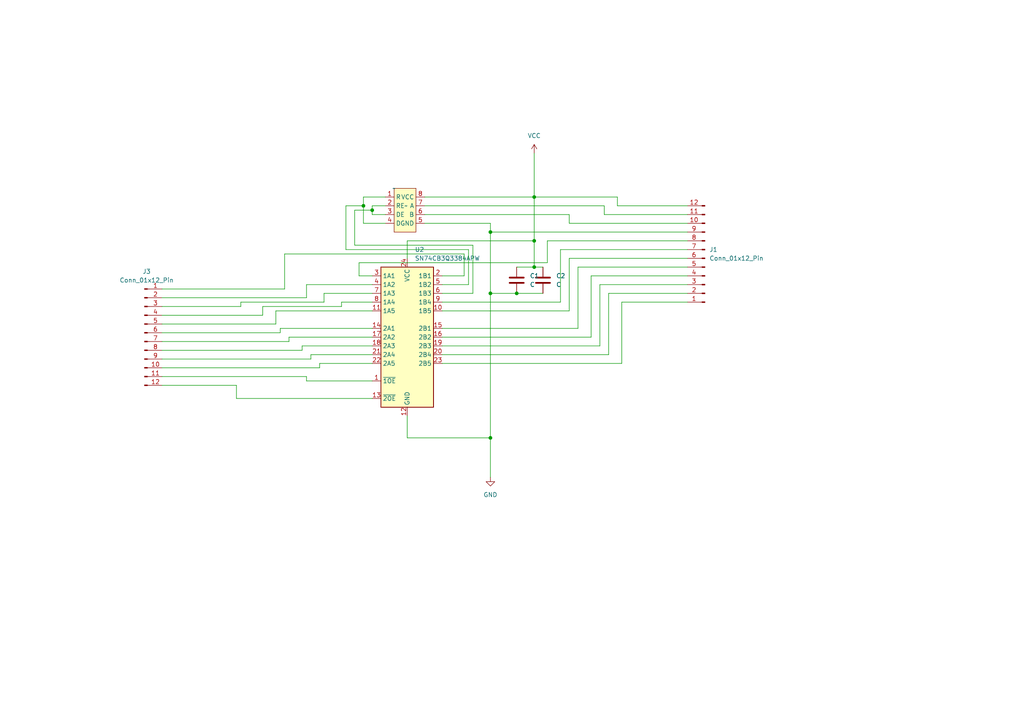
<source format=kicad_sch>
(kicad_sch (version 20230121) (generator eeschema)

  (uuid cdd6915d-d11c-4d9a-9788-927b18e5b701)

  (paper "A4")

  (lib_symbols
    (symbol "74xx:SN74CB3Q3384APW" (in_bom yes) (on_board yes)
      (property "Reference" "U" (at -7.62 22.86 0)
        (effects (font (size 1.27 1.27)))
      )
      (property "Value" "SN74CB3Q3384APW" (at 10.16 22.86 0)
        (effects (font (size 1.27 1.27)))
      )
      (property "Footprint" "Package_SO:TSSOP-24_4.4x7.8mm_P0.65mm" (at 0 0 0)
        (effects (font (size 1.27 1.27)) hide)
      )
      (property "Datasheet" "https://www.ti.com/lit/ds/symlink/sn74cb3q3384a.pdf?ts=1634790233466" (at 0 0 0)
        (effects (font (size 1.27 1.27)) hide)
      )
      (property "ki_keywords" "low voltage high bandwidth" (at 0 0 0)
        (effects (font (size 1.27 1.27)) hide)
      )
      (property "ki_description" "FET Bus Switch, 10bit, 500MHz, 3.3V, TSSOP-24" (at 0 0 0)
        (effects (font (size 1.27 1.27)) hide)
      )
      (property "ki_fp_filters" "TSSOP*4.4x7.8mm*P0.65mm*" (at 0 0 0)
        (effects (font (size 1.27 1.27)) hide)
      )
      (symbol "SN74CB3Q3384APW_0_1"
        (pin input line (at -10.16 -12.7 0) (length 2.54)
          (name "~{1OE}" (effects (font (size 1.27 1.27))))
          (number "1" (effects (font (size 1.27 1.27))))
        )
        (pin tri_state line (at 10.16 7.62 180) (length 2.54)
          (name "1B5" (effects (font (size 1.27 1.27))))
          (number "10" (effects (font (size 1.27 1.27))))
        )
        (pin tri_state line (at -10.16 7.62 0) (length 2.54)
          (name "1A5" (effects (font (size 1.27 1.27))))
          (number "11" (effects (font (size 1.27 1.27))))
        )
        (pin power_in line (at 0 -22.86 90) (length 2.54)
          (name "GND" (effects (font (size 1.27 1.27))))
          (number "12" (effects (font (size 1.27 1.27))))
        )
        (pin input line (at -10.16 -17.78 0) (length 2.54)
          (name "~{2OE}" (effects (font (size 1.27 1.27))))
          (number "13" (effects (font (size 1.27 1.27))))
        )
        (pin tri_state line (at -10.16 2.54 0) (length 2.54)
          (name "2A1" (effects (font (size 1.27 1.27))))
          (number "14" (effects (font (size 1.27 1.27))))
        )
        (pin tri_state line (at 10.16 2.54 180) (length 2.54)
          (name "2B1" (effects (font (size 1.27 1.27))))
          (number "15" (effects (font (size 1.27 1.27))))
        )
        (pin tri_state line (at 10.16 0 180) (length 2.54)
          (name "2B2" (effects (font (size 1.27 1.27))))
          (number "16" (effects (font (size 1.27 1.27))))
        )
        (pin tri_state line (at -10.16 0 0) (length 2.54)
          (name "2A2" (effects (font (size 1.27 1.27))))
          (number "17" (effects (font (size 1.27 1.27))))
        )
        (pin tri_state line (at -10.16 -2.54 0) (length 2.54)
          (name "2A3" (effects (font (size 1.27 1.27))))
          (number "18" (effects (font (size 1.27 1.27))))
        )
        (pin tri_state line (at 10.16 -2.54 180) (length 2.54)
          (name "2B3" (effects (font (size 1.27 1.27))))
          (number "19" (effects (font (size 1.27 1.27))))
        )
        (pin tri_state line (at 10.16 17.78 180) (length 2.54)
          (name "1B1" (effects (font (size 1.27 1.27))))
          (number "2" (effects (font (size 1.27 1.27))))
        )
        (pin tri_state line (at 10.16 -5.08 180) (length 2.54)
          (name "2B4" (effects (font (size 1.27 1.27))))
          (number "20" (effects (font (size 1.27 1.27))))
        )
        (pin tri_state line (at -10.16 -5.08 0) (length 2.54)
          (name "2A4" (effects (font (size 1.27 1.27))))
          (number "21" (effects (font (size 1.27 1.27))))
        )
        (pin tri_state line (at -10.16 -7.62 0) (length 2.54)
          (name "2A5" (effects (font (size 1.27 1.27))))
          (number "22" (effects (font (size 1.27 1.27))))
        )
        (pin tri_state line (at 10.16 -7.62 180) (length 2.54)
          (name "2B5" (effects (font (size 1.27 1.27))))
          (number "23" (effects (font (size 1.27 1.27))))
        )
        (pin power_in line (at 0 22.86 270) (length 2.54)
          (name "VCC" (effects (font (size 1.27 1.27))))
          (number "24" (effects (font (size 1.27 1.27))))
        )
        (pin tri_state line (at -10.16 17.78 0) (length 2.54)
          (name "1A1" (effects (font (size 1.27 1.27))))
          (number "3" (effects (font (size 1.27 1.27))))
        )
        (pin tri_state line (at -10.16 15.24 0) (length 2.54)
          (name "1A2" (effects (font (size 1.27 1.27))))
          (number "4" (effects (font (size 1.27 1.27))))
        )
        (pin tri_state line (at 10.16 15.24 180) (length 2.54)
          (name "1B2" (effects (font (size 1.27 1.27))))
          (number "5" (effects (font (size 1.27 1.27))))
        )
        (pin tri_state line (at 10.16 12.7 180) (length 2.54)
          (name "1B3" (effects (font (size 1.27 1.27))))
          (number "6" (effects (font (size 1.27 1.27))))
        )
        (pin tri_state line (at -10.16 12.7 0) (length 2.54)
          (name "1A3" (effects (font (size 1.27 1.27))))
          (number "7" (effects (font (size 1.27 1.27))))
        )
        (pin tri_state line (at -10.16 10.16 0) (length 2.54)
          (name "1A4" (effects (font (size 1.27 1.27))))
          (number "8" (effects (font (size 1.27 1.27))))
        )
        (pin tri_state line (at 10.16 10.16 180) (length 2.54)
          (name "1B4" (effects (font (size 1.27 1.27))))
          (number "9" (effects (font (size 1.27 1.27))))
        )
      )
      (symbol "SN74CB3Q3384APW_1_1"
        (rectangle (start -7.62 20.32) (end 7.62 -20.32)
          (stroke (width 0.254) (type default))
          (fill (type background))
        )
      )
    )
    (symbol "Connector:Conn_01x12_Pin" (pin_names (offset 1.016) hide) (in_bom yes) (on_board yes)
      (property "Reference" "J" (at 0 15.24 0)
        (effects (font (size 1.27 1.27)))
      )
      (property "Value" "Conn_01x12_Pin" (at 0 -17.78 0)
        (effects (font (size 1.27 1.27)))
      )
      (property "Footprint" "" (at 0 0 0)
        (effects (font (size 1.27 1.27)) hide)
      )
      (property "Datasheet" "~" (at 0 0 0)
        (effects (font (size 1.27 1.27)) hide)
      )
      (property "ki_locked" "" (at 0 0 0)
        (effects (font (size 1.27 1.27)))
      )
      (property "ki_keywords" "connector" (at 0 0 0)
        (effects (font (size 1.27 1.27)) hide)
      )
      (property "ki_description" "Generic connector, single row, 01x12, script generated" (at 0 0 0)
        (effects (font (size 1.27 1.27)) hide)
      )
      (property "ki_fp_filters" "Connector*:*_1x??_*" (at 0 0 0)
        (effects (font (size 1.27 1.27)) hide)
      )
      (symbol "Conn_01x12_Pin_1_1"
        (polyline
          (pts
            (xy 1.27 -15.24)
            (xy 0.8636 -15.24)
          )
          (stroke (width 0.1524) (type default))
          (fill (type none))
        )
        (polyline
          (pts
            (xy 1.27 -12.7)
            (xy 0.8636 -12.7)
          )
          (stroke (width 0.1524) (type default))
          (fill (type none))
        )
        (polyline
          (pts
            (xy 1.27 -10.16)
            (xy 0.8636 -10.16)
          )
          (stroke (width 0.1524) (type default))
          (fill (type none))
        )
        (polyline
          (pts
            (xy 1.27 -7.62)
            (xy 0.8636 -7.62)
          )
          (stroke (width 0.1524) (type default))
          (fill (type none))
        )
        (polyline
          (pts
            (xy 1.27 -5.08)
            (xy 0.8636 -5.08)
          )
          (stroke (width 0.1524) (type default))
          (fill (type none))
        )
        (polyline
          (pts
            (xy 1.27 -2.54)
            (xy 0.8636 -2.54)
          )
          (stroke (width 0.1524) (type default))
          (fill (type none))
        )
        (polyline
          (pts
            (xy 1.27 0)
            (xy 0.8636 0)
          )
          (stroke (width 0.1524) (type default))
          (fill (type none))
        )
        (polyline
          (pts
            (xy 1.27 2.54)
            (xy 0.8636 2.54)
          )
          (stroke (width 0.1524) (type default))
          (fill (type none))
        )
        (polyline
          (pts
            (xy 1.27 5.08)
            (xy 0.8636 5.08)
          )
          (stroke (width 0.1524) (type default))
          (fill (type none))
        )
        (polyline
          (pts
            (xy 1.27 7.62)
            (xy 0.8636 7.62)
          )
          (stroke (width 0.1524) (type default))
          (fill (type none))
        )
        (polyline
          (pts
            (xy 1.27 10.16)
            (xy 0.8636 10.16)
          )
          (stroke (width 0.1524) (type default))
          (fill (type none))
        )
        (polyline
          (pts
            (xy 1.27 12.7)
            (xy 0.8636 12.7)
          )
          (stroke (width 0.1524) (type default))
          (fill (type none))
        )
        (rectangle (start 0.8636 -15.113) (end 0 -15.367)
          (stroke (width 0.1524) (type default))
          (fill (type outline))
        )
        (rectangle (start 0.8636 -12.573) (end 0 -12.827)
          (stroke (width 0.1524) (type default))
          (fill (type outline))
        )
        (rectangle (start 0.8636 -10.033) (end 0 -10.287)
          (stroke (width 0.1524) (type default))
          (fill (type outline))
        )
        (rectangle (start 0.8636 -7.493) (end 0 -7.747)
          (stroke (width 0.1524) (type default))
          (fill (type outline))
        )
        (rectangle (start 0.8636 -4.953) (end 0 -5.207)
          (stroke (width 0.1524) (type default))
          (fill (type outline))
        )
        (rectangle (start 0.8636 -2.413) (end 0 -2.667)
          (stroke (width 0.1524) (type default))
          (fill (type outline))
        )
        (rectangle (start 0.8636 0.127) (end 0 -0.127)
          (stroke (width 0.1524) (type default))
          (fill (type outline))
        )
        (rectangle (start 0.8636 2.667) (end 0 2.413)
          (stroke (width 0.1524) (type default))
          (fill (type outline))
        )
        (rectangle (start 0.8636 5.207) (end 0 4.953)
          (stroke (width 0.1524) (type default))
          (fill (type outline))
        )
        (rectangle (start 0.8636 7.747) (end 0 7.493)
          (stroke (width 0.1524) (type default))
          (fill (type outline))
        )
        (rectangle (start 0.8636 10.287) (end 0 10.033)
          (stroke (width 0.1524) (type default))
          (fill (type outline))
        )
        (rectangle (start 0.8636 12.827) (end 0 12.573)
          (stroke (width 0.1524) (type default))
          (fill (type outline))
        )
        (pin passive line (at 5.08 12.7 180) (length 3.81)
          (name "Pin_1" (effects (font (size 1.27 1.27))))
          (number "1" (effects (font (size 1.27 1.27))))
        )
        (pin passive line (at 5.08 -10.16 180) (length 3.81)
          (name "Pin_10" (effects (font (size 1.27 1.27))))
          (number "10" (effects (font (size 1.27 1.27))))
        )
        (pin passive line (at 5.08 -12.7 180) (length 3.81)
          (name "Pin_11" (effects (font (size 1.27 1.27))))
          (number "11" (effects (font (size 1.27 1.27))))
        )
        (pin passive line (at 5.08 -15.24 180) (length 3.81)
          (name "Pin_12" (effects (font (size 1.27 1.27))))
          (number "12" (effects (font (size 1.27 1.27))))
        )
        (pin passive line (at 5.08 10.16 180) (length 3.81)
          (name "Pin_2" (effects (font (size 1.27 1.27))))
          (number "2" (effects (font (size 1.27 1.27))))
        )
        (pin passive line (at 5.08 7.62 180) (length 3.81)
          (name "Pin_3" (effects (font (size 1.27 1.27))))
          (number "3" (effects (font (size 1.27 1.27))))
        )
        (pin passive line (at 5.08 5.08 180) (length 3.81)
          (name "Pin_4" (effects (font (size 1.27 1.27))))
          (number "4" (effects (font (size 1.27 1.27))))
        )
        (pin passive line (at 5.08 2.54 180) (length 3.81)
          (name "Pin_5" (effects (font (size 1.27 1.27))))
          (number "5" (effects (font (size 1.27 1.27))))
        )
        (pin passive line (at 5.08 0 180) (length 3.81)
          (name "Pin_6" (effects (font (size 1.27 1.27))))
          (number "6" (effects (font (size 1.27 1.27))))
        )
        (pin passive line (at 5.08 -2.54 180) (length 3.81)
          (name "Pin_7" (effects (font (size 1.27 1.27))))
          (number "7" (effects (font (size 1.27 1.27))))
        )
        (pin passive line (at 5.08 -5.08 180) (length 3.81)
          (name "Pin_8" (effects (font (size 1.27 1.27))))
          (number "8" (effects (font (size 1.27 1.27))))
        )
        (pin passive line (at 5.08 -7.62 180) (length 3.81)
          (name "Pin_9" (effects (font (size 1.27 1.27))))
          (number "9" (effects (font (size 1.27 1.27))))
        )
      )
    )
    (symbol "Device:C" (pin_numbers hide) (pin_names (offset 0.254)) (in_bom yes) (on_board yes)
      (property "Reference" "C" (at 0.635 2.54 0)
        (effects (font (size 1.27 1.27)) (justify left))
      )
      (property "Value" "C" (at 0.635 -2.54 0)
        (effects (font (size 1.27 1.27)) (justify left))
      )
      (property "Footprint" "" (at 0.9652 -3.81 0)
        (effects (font (size 1.27 1.27)) hide)
      )
      (property "Datasheet" "~" (at 0 0 0)
        (effects (font (size 1.27 1.27)) hide)
      )
      (property "ki_keywords" "cap capacitor" (at 0 0 0)
        (effects (font (size 1.27 1.27)) hide)
      )
      (property "ki_description" "Unpolarized capacitor" (at 0 0 0)
        (effects (font (size 1.27 1.27)) hide)
      )
      (property "ki_fp_filters" "C_*" (at 0 0 0)
        (effects (font (size 1.27 1.27)) hide)
      )
      (symbol "C_0_1"
        (polyline
          (pts
            (xy -2.032 -0.762)
            (xy 2.032 -0.762)
          )
          (stroke (width 0.508) (type default))
          (fill (type none))
        )
        (polyline
          (pts
            (xy -2.032 0.762)
            (xy 2.032 0.762)
          )
          (stroke (width 0.508) (type default))
          (fill (type none))
        )
      )
      (symbol "C_1_1"
        (pin passive line (at 0 3.81 270) (length 2.794)
          (name "~" (effects (font (size 1.27 1.27))))
          (number "1" (effects (font (size 1.27 1.27))))
        )
        (pin passive line (at 0 -3.81 90) (length 2.794)
          (name "~" (effects (font (size 1.27 1.27))))
          (number "2" (effects (font (size 1.27 1.27))))
        )
      )
    )
    (symbol "Tonki:75176b" (in_bom yes) (on_board yes)
      (property "Reference" "U" (at 0 8.89 0)
        (effects (font (size 1.27 1.27)))
      )
      (property "Value" "" (at -2.54 6.35 0)
        (effects (font (size 1.27 1.27)))
      )
      (property "Footprint" "" (at -2.54 6.35 0)
        (effects (font (size 1.27 1.27)) hide)
      )
      (property "Datasheet" "" (at -2.54 6.35 0)
        (effects (font (size 1.27 1.27)) hide)
      )
      (property "ki_keywords" "75176b ti" (at 0 0 0)
        (effects (font (size 1.27 1.27)) hide)
      )
      (property "ki_description" "https://www.ti.com/lit/ds/slls101h/slls101h.pdf?ts=1692779266381" (at 0 0 0)
        (effects (font (size 1.27 1.27)) hide)
      )
      (symbol "75176b_1_1"
        (rectangle (start -2.54 6.35) (end 3.81 -6.35)
          (stroke (width 0) (type default))
          (fill (type background))
        )
        (pin tri_state line (at -5.08 3.81 0) (length 2.54)
          (name "R" (effects (font (size 1.27 1.27))))
          (number "1" (effects (font (size 1.27 1.27))))
        )
        (pin tri_state line (at -5.08 1.27 0) (length 2.54)
          (name "RE~" (effects (font (size 1.27 1.27))))
          (number "2" (effects (font (size 1.27 1.27))))
        )
        (pin tri_state line (at -5.08 -1.27 0) (length 2.54)
          (name "DE" (effects (font (size 1.27 1.27))))
          (number "3" (effects (font (size 1.27 1.27))))
        )
        (pin tri_state line (at -5.08 -3.81 0) (length 2.54)
          (name "D" (effects (font (size 1.27 1.27))))
          (number "4" (effects (font (size 1.27 1.27))))
        )
        (pin power_out line (at 6.35 -3.81 180) (length 2.54)
          (name "GND" (effects (font (size 1.27 1.27))))
          (number "5" (effects (font (size 1.27 1.27))))
        )
        (pin tri_state line (at 6.35 -1.27 180) (length 2.54)
          (name "B" (effects (font (size 1.27 1.27))))
          (number "6" (effects (font (size 1.27 1.27))))
        )
        (pin tri_state line (at 6.35 1.27 180) (length 2.54)
          (name "A" (effects (font (size 1.27 1.27))))
          (number "7" (effects (font (size 1.27 1.27))))
        )
        (pin power_out line (at 6.35 3.81 180) (length 2.54)
          (name "VCC" (effects (font (size 1.27 1.27))))
          (number "8" (effects (font (size 1.27 1.27))))
        )
      )
    )
    (symbol "power:GND" (power) (pin_names (offset 0)) (in_bom yes) (on_board yes)
      (property "Reference" "#PWR" (at 0 -6.35 0)
        (effects (font (size 1.27 1.27)) hide)
      )
      (property "Value" "GND" (at 0 -3.81 0)
        (effects (font (size 1.27 1.27)))
      )
      (property "Footprint" "" (at 0 0 0)
        (effects (font (size 1.27 1.27)) hide)
      )
      (property "Datasheet" "" (at 0 0 0)
        (effects (font (size 1.27 1.27)) hide)
      )
      (property "ki_keywords" "global power" (at 0 0 0)
        (effects (font (size 1.27 1.27)) hide)
      )
      (property "ki_description" "Power symbol creates a global label with name \"GND\" , ground" (at 0 0 0)
        (effects (font (size 1.27 1.27)) hide)
      )
      (symbol "GND_0_1"
        (polyline
          (pts
            (xy 0 0)
            (xy 0 -1.27)
            (xy 1.27 -1.27)
            (xy 0 -2.54)
            (xy -1.27 -1.27)
            (xy 0 -1.27)
          )
          (stroke (width 0) (type default))
          (fill (type none))
        )
      )
      (symbol "GND_1_1"
        (pin power_in line (at 0 0 270) (length 0) hide
          (name "GND" (effects (font (size 1.27 1.27))))
          (number "1" (effects (font (size 1.27 1.27))))
        )
      )
    )
    (symbol "power:VCC" (power) (pin_names (offset 0)) (in_bom yes) (on_board yes)
      (property "Reference" "#PWR" (at 0 -3.81 0)
        (effects (font (size 1.27 1.27)) hide)
      )
      (property "Value" "VCC" (at 0 3.81 0)
        (effects (font (size 1.27 1.27)))
      )
      (property "Footprint" "" (at 0 0 0)
        (effects (font (size 1.27 1.27)) hide)
      )
      (property "Datasheet" "" (at 0 0 0)
        (effects (font (size 1.27 1.27)) hide)
      )
      (property "ki_keywords" "global power" (at 0 0 0)
        (effects (font (size 1.27 1.27)) hide)
      )
      (property "ki_description" "Power symbol creates a global label with name \"VCC\"" (at 0 0 0)
        (effects (font (size 1.27 1.27)) hide)
      )
      (symbol "VCC_0_1"
        (polyline
          (pts
            (xy -0.762 1.27)
            (xy 0 2.54)
          )
          (stroke (width 0) (type default))
          (fill (type none))
        )
        (polyline
          (pts
            (xy 0 0)
            (xy 0 2.54)
          )
          (stroke (width 0) (type default))
          (fill (type none))
        )
        (polyline
          (pts
            (xy 0 2.54)
            (xy 0.762 1.27)
          )
          (stroke (width 0) (type default))
          (fill (type none))
        )
      )
      (symbol "VCC_1_1"
        (pin power_in line (at 0 0 90) (length 0) hide
          (name "VCC" (effects (font (size 1.27 1.27))))
          (number "1" (effects (font (size 1.27 1.27))))
        )
      )
    )
  )

  (junction (at 154.94 57.15) (diameter 0) (color 0 0 0 0)
    (uuid 11049d90-7382-4025-a20d-99444c4277eb)
  )
  (junction (at 142.24 85.09) (diameter 0) (color 0 0 0 0)
    (uuid 1e8efd83-7c83-43e3-94a9-fd57d4236650)
  )
  (junction (at 107.95 60.96) (diameter 0) (color 0 0 0 0)
    (uuid 3bae01f6-5d3c-4200-809e-6097eff29dda)
  )
  (junction (at 154.94 77.47) (diameter 0) (color 0 0 0 0)
    (uuid 3e19a32c-2bb9-4dea-96ea-da887e69f37b)
  )
  (junction (at 142.24 127) (diameter 0) (color 0 0 0 0)
    (uuid a3210617-61f0-4edb-80fc-f05ebdd6be63)
  )
  (junction (at 105.41 59.69) (diameter 0) (color 0 0 0 0)
    (uuid cd38edce-9ceb-4c52-aec3-67346b485493)
  )
  (junction (at 154.94 69.85) (diameter 0) (color 0 0 0 0)
    (uuid d03c58d3-13e7-464d-8e93-45a8fdcc6a85)
  )
  (junction (at 142.24 67.31) (diameter 0) (color 0 0 0 0)
    (uuid d113bb76-442b-47ac-8a23-40f602550db6)
  )
  (junction (at 149.86 85.09) (diameter 0) (color 0 0 0 0)
    (uuid f67615c6-f51f-45a3-9b58-b6e8f79110ba)
  )

  (wire (pts (xy 69.85 88.9) (xy 46.99 88.9))
    (stroke (width 0) (type default))
    (uuid 04086ee2-c0e6-4f47-a8ad-77d948b0a703)
  )
  (wire (pts (xy 111.76 59.69) (xy 107.95 59.69))
    (stroke (width 0) (type default))
    (uuid 041fdb84-e6c5-4eb3-b1d2-ed0b2f57657f)
  )
  (wire (pts (xy 107.95 62.23) (xy 111.76 62.23))
    (stroke (width 0) (type default))
    (uuid 04946e21-a9e0-4006-9678-5748dee08f49)
  )
  (wire (pts (xy 158.75 76.2) (xy 104.14 76.2))
    (stroke (width 0) (type default))
    (uuid 076ae330-f119-46d5-bed9-a3ce22a92008)
  )
  (wire (pts (xy 142.24 64.77) (xy 142.24 67.31))
    (stroke (width 0) (type default))
    (uuid 08c87eec-52ed-493f-804a-74b5ef4f7a90)
  )
  (wire (pts (xy 46.99 104.14) (xy 90.17 104.14))
    (stroke (width 0) (type default))
    (uuid 0968c997-700d-45d5-92c5-95071ce00985)
  )
  (wire (pts (xy 68.58 115.57) (xy 68.58 111.76))
    (stroke (width 0) (type default))
    (uuid 096de903-ecd8-43d9-8e30-001feb9b074b)
  )
  (wire (pts (xy 173.99 82.55) (xy 199.39 82.55))
    (stroke (width 0) (type default))
    (uuid 118495a7-745e-4985-a924-154511e12b2e)
  )
  (wire (pts (xy 165.1 74.93) (xy 199.39 74.93))
    (stroke (width 0) (type default))
    (uuid 128cbf8e-7e82-4cce-87eb-4b06ff20c9ae)
  )
  (wire (pts (xy 107.95 95.25) (xy 81.28 95.25))
    (stroke (width 0) (type default))
    (uuid 132cdfac-7bc3-43c2-a0bd-a40975d6a0b0)
  )
  (wire (pts (xy 154.94 57.15) (xy 179.07 57.15))
    (stroke (width 0) (type default))
    (uuid 16186cb8-274f-435b-80fd-451bd70ae49e)
  )
  (wire (pts (xy 107.95 60.96) (xy 107.95 62.23))
    (stroke (width 0) (type default))
    (uuid 184f8242-d0ed-423c-af16-53b903a5212c)
  )
  (wire (pts (xy 171.45 97.79) (xy 171.45 80.01))
    (stroke (width 0) (type default))
    (uuid 194a5446-1048-47c3-a247-50426f0e8e80)
  )
  (wire (pts (xy 123.19 64.77) (xy 142.24 64.77))
    (stroke (width 0) (type default))
    (uuid 19b15af5-3fb8-48ce-963a-cb96e2f09ee2)
  )
  (wire (pts (xy 87.63 101.6) (xy 46.99 101.6))
    (stroke (width 0) (type default))
    (uuid 1b59fc94-8e1c-428c-b626-5676ee75bb1a)
  )
  (wire (pts (xy 154.94 77.47) (xy 149.86 77.47))
    (stroke (width 0) (type default))
    (uuid 1ca0518a-4152-452b-b075-d975aab50456)
  )
  (wire (pts (xy 102.87 60.96) (xy 102.87 71.12))
    (stroke (width 0) (type default))
    (uuid 20b070ca-4cf6-4bef-acb5-3860fc387ff5)
  )
  (wire (pts (xy 154.94 77.47) (xy 157.48 77.47))
    (stroke (width 0) (type default))
    (uuid 21c9042d-fac8-4db2-be2f-a2b42cfd3f3d)
  )
  (wire (pts (xy 105.41 57.15) (xy 105.41 59.69))
    (stroke (width 0) (type default))
    (uuid 2320f912-6113-4950-9be8-111016710b7f)
  )
  (wire (pts (xy 175.26 59.69) (xy 175.26 62.23))
    (stroke (width 0) (type default))
    (uuid 249c2f93-b039-4d0b-a91e-e72e88ac35d6)
  )
  (wire (pts (xy 128.27 102.87) (xy 176.53 102.87))
    (stroke (width 0) (type default))
    (uuid 2762badd-6b58-4385-806c-bb877a5b75a8)
  )
  (wire (pts (xy 134.62 73.66) (xy 82.55 73.66))
    (stroke (width 0) (type default))
    (uuid 2bf25872-1ad3-448a-87a3-0f56f6d58c91)
  )
  (wire (pts (xy 107.95 97.79) (xy 83.82 97.79))
    (stroke (width 0) (type default))
    (uuid 2f7eb18f-8bdd-4e00-b304-08367d9a7f51)
  )
  (wire (pts (xy 162.56 87.63) (xy 162.56 72.39))
    (stroke (width 0) (type default))
    (uuid 3455819d-eddc-4f89-b2a3-160e11d5858f)
  )
  (wire (pts (xy 105.41 64.77) (xy 111.76 64.77))
    (stroke (width 0) (type default))
    (uuid 35b8cc11-cf64-492e-988d-55854665f6ba)
  )
  (wire (pts (xy 137.16 71.12) (xy 137.16 85.09))
    (stroke (width 0) (type default))
    (uuid 3ea9b7db-1eaf-41f2-a5dd-b66d13975021)
  )
  (wire (pts (xy 173.99 100.33) (xy 173.99 82.55))
    (stroke (width 0) (type default))
    (uuid 40fe085a-61d0-4169-98f5-1b7565ca9c4d)
  )
  (wire (pts (xy 107.95 90.17) (xy 80.01 90.17))
    (stroke (width 0) (type default))
    (uuid 41f2c4a5-3e0e-4824-80de-ab92e94825dd)
  )
  (wire (pts (xy 105.41 59.69) (xy 105.41 64.77))
    (stroke (width 0) (type default))
    (uuid 470feaf8-2fe5-43ff-9a8d-5687886ccead)
  )
  (wire (pts (xy 134.62 80.01) (xy 134.62 73.66))
    (stroke (width 0) (type default))
    (uuid 4d2fa551-aa7f-4c47-a2ab-be39cb559f28)
  )
  (wire (pts (xy 165.1 64.77) (xy 165.1 62.23))
    (stroke (width 0) (type default))
    (uuid 4dd92ab4-72b9-48a5-8786-bf6bddcf00a6)
  )
  (wire (pts (xy 93.98 85.09) (xy 93.98 87.63))
    (stroke (width 0) (type default))
    (uuid 4e74f9f8-4748-4dc1-a65d-b6ffdc449987)
  )
  (wire (pts (xy 142.24 85.09) (xy 142.24 127))
    (stroke (width 0) (type default))
    (uuid 4ee6c8fc-6f4e-41d2-8681-da569c82d6f4)
  )
  (wire (pts (xy 180.34 87.63) (xy 199.39 87.63))
    (stroke (width 0) (type default))
    (uuid 4f480a4f-d743-4e11-952f-1057cd508e1e)
  )
  (wire (pts (xy 128.27 87.63) (xy 162.56 87.63))
    (stroke (width 0) (type default))
    (uuid 5679dda1-b181-496b-bdd6-bbe156c31790)
  )
  (wire (pts (xy 123.19 59.69) (xy 175.26 59.69))
    (stroke (width 0) (type default))
    (uuid 5aac0616-5422-441f-af43-d2013ff8a30f)
  )
  (wire (pts (xy 175.26 62.23) (xy 199.39 62.23))
    (stroke (width 0) (type default))
    (uuid 5b902810-3207-4d97-a8f1-f0c3f1713d9b)
  )
  (wire (pts (xy 90.17 104.14) (xy 90.17 102.87))
    (stroke (width 0) (type default))
    (uuid 5be6bd98-0ba9-4dd7-b583-e80b98729896)
  )
  (wire (pts (xy 46.99 109.22) (xy 88.9 109.22))
    (stroke (width 0) (type default))
    (uuid 638852e0-fcd3-430b-965a-1ef2bd29ea1e)
  )
  (wire (pts (xy 128.27 95.25) (xy 167.64 95.25))
    (stroke (width 0) (type default))
    (uuid 660c22e8-f952-438d-8cc1-79b5131336ad)
  )
  (wire (pts (xy 80.01 93.98) (xy 46.99 93.98))
    (stroke (width 0) (type default))
    (uuid 6800fa47-06b9-4df4-bf98-1e144a54661e)
  )
  (wire (pts (xy 149.86 85.09) (xy 157.48 85.09))
    (stroke (width 0) (type default))
    (uuid 6a4dfd03-3273-4c99-b115-a1b2bb88618a)
  )
  (wire (pts (xy 102.87 71.12) (xy 137.16 71.12))
    (stroke (width 0) (type default))
    (uuid 6b9dc395-01ff-4014-a3b3-6dc3fa5b7756)
  )
  (wire (pts (xy 107.95 110.49) (xy 88.9 110.49))
    (stroke (width 0) (type default))
    (uuid 6c4a3d5e-850e-46ac-91e3-ac9ad79e7760)
  )
  (wire (pts (xy 176.53 102.87) (xy 176.53 85.09))
    (stroke (width 0) (type default))
    (uuid 6f60b70e-d5ff-4615-8513-96bf22e8b2df)
  )
  (wire (pts (xy 82.55 73.66) (xy 82.55 83.82))
    (stroke (width 0) (type default))
    (uuid 72d4bbd1-123e-472e-90ed-3cdf5756cef5)
  )
  (wire (pts (xy 142.24 127) (xy 142.24 138.43))
    (stroke (width 0) (type default))
    (uuid 76b03276-9099-496a-bee0-00885fb0eb3d)
  )
  (wire (pts (xy 46.99 86.36) (xy 88.9 86.36))
    (stroke (width 0) (type default))
    (uuid 77cb297c-f2e2-4200-8ad7-2fa1c407c2a9)
  )
  (wire (pts (xy 107.95 100.33) (xy 87.63 100.33))
    (stroke (width 0) (type default))
    (uuid 7803eb5b-af04-4946-9f5e-6acbbce0aca3)
  )
  (wire (pts (xy 88.9 82.55) (xy 88.9 86.36))
    (stroke (width 0) (type default))
    (uuid 7960b965-c308-4a9e-8674-cc6c959f5e83)
  )
  (wire (pts (xy 118.11 120.65) (xy 118.11 127))
    (stroke (width 0) (type default))
    (uuid 7c034bfd-efc5-400b-8c9c-81ef8608fd5c)
  )
  (wire (pts (xy 142.24 67.31) (xy 142.24 85.09))
    (stroke (width 0) (type default))
    (uuid 7e1f02b9-20f5-4885-8772-3924c9f3e419)
  )
  (wire (pts (xy 68.58 111.76) (xy 46.99 111.76))
    (stroke (width 0) (type default))
    (uuid 7f1699c0-6ba6-41ab-9c27-538c7391cd70)
  )
  (wire (pts (xy 179.07 59.69) (xy 179.07 57.15))
    (stroke (width 0) (type default))
    (uuid 824e64e0-6baf-46ae-92b4-04d73abab178)
  )
  (wire (pts (xy 180.34 105.41) (xy 180.34 87.63))
    (stroke (width 0) (type default))
    (uuid 82ee36dd-4560-410b-ad51-ef8c4dcdcf7f)
  )
  (wire (pts (xy 154.94 69.85) (xy 154.94 57.15))
    (stroke (width 0) (type default))
    (uuid 84dbbb73-69d9-482b-811c-58b5dfc6d1c6)
  )
  (wire (pts (xy 158.75 69.85) (xy 199.39 69.85))
    (stroke (width 0) (type default))
    (uuid 86f46327-4e71-402e-86fc-7ef050663ab9)
  )
  (wire (pts (xy 46.99 83.82) (xy 82.55 83.82))
    (stroke (width 0) (type default))
    (uuid 891a356d-b786-43fc-a482-a3c8f7c40edf)
  )
  (wire (pts (xy 118.11 74.93) (xy 118.11 69.85))
    (stroke (width 0) (type default))
    (uuid 89414e74-8007-482b-9602-e6bd69fecc70)
  )
  (wire (pts (xy 107.95 105.41) (xy 92.71 105.41))
    (stroke (width 0) (type default))
    (uuid 8f34244e-d347-4acc-b662-959126a1568d)
  )
  (wire (pts (xy 100.33 59.69) (xy 105.41 59.69))
    (stroke (width 0) (type default))
    (uuid 91e587f9-7fd8-49fb-a645-a0e29ca80654)
  )
  (wire (pts (xy 99.06 87.63) (xy 99.06 88.9))
    (stroke (width 0) (type default))
    (uuid 968ba800-27b8-4300-b13a-124a90b1b3c7)
  )
  (wire (pts (xy 142.24 67.31) (xy 199.39 67.31))
    (stroke (width 0) (type default))
    (uuid 98b1beae-91d5-496f-9ccc-22ac5d492370)
  )
  (wire (pts (xy 118.11 69.85) (xy 154.94 69.85))
    (stroke (width 0) (type default))
    (uuid 99acd3be-bcca-4ff0-927b-742f1c4bf6b8)
  )
  (wire (pts (xy 107.95 87.63) (xy 99.06 87.63))
    (stroke (width 0) (type default))
    (uuid 9a183136-974a-4c12-a120-ccc42a77f9cb)
  )
  (wire (pts (xy 100.33 72.39) (xy 100.33 59.69))
    (stroke (width 0) (type default))
    (uuid 9ebbc2dd-763a-45ce-9f74-f0b4ffb3b696)
  )
  (wire (pts (xy 165.1 90.17) (xy 165.1 74.93))
    (stroke (width 0) (type default))
    (uuid a055b269-c6fc-472f-893b-5dc2e8082603)
  )
  (wire (pts (xy 128.27 100.33) (xy 173.99 100.33))
    (stroke (width 0) (type default))
    (uuid a1663b39-eb03-48bf-ae7b-d7119095e0b3)
  )
  (wire (pts (xy 81.28 96.52) (xy 46.99 96.52))
    (stroke (width 0) (type default))
    (uuid a1989517-be74-4f83-a2f1-9799014a0680)
  )
  (wire (pts (xy 104.14 76.2) (xy 104.14 80.01))
    (stroke (width 0) (type default))
    (uuid a4820144-9750-4746-99c5-efe202a4156c)
  )
  (wire (pts (xy 128.27 82.55) (xy 135.89 82.55))
    (stroke (width 0) (type default))
    (uuid a57ca41c-57ab-4f07-98cc-004444e55956)
  )
  (wire (pts (xy 128.27 80.01) (xy 134.62 80.01))
    (stroke (width 0) (type default))
    (uuid a7a57196-b775-4454-a41a-7f5fda940c24)
  )
  (wire (pts (xy 69.85 87.63) (xy 69.85 88.9))
    (stroke (width 0) (type default))
    (uuid aa74bfb3-82be-45a2-945f-82adcec69eba)
  )
  (wire (pts (xy 107.95 59.69) (xy 107.95 60.96))
    (stroke (width 0) (type default))
    (uuid abfc7570-8f33-4b6a-b521-80c0ddae2d7d)
  )
  (wire (pts (xy 104.14 80.01) (xy 107.95 80.01))
    (stroke (width 0) (type default))
    (uuid acdb5a72-a84f-4f3a-83cd-52c652cb86b5)
  )
  (wire (pts (xy 99.06 88.9) (xy 76.2 88.9))
    (stroke (width 0) (type default))
    (uuid b382a4ad-cf2f-4dce-afa8-68e54622b43c)
  )
  (wire (pts (xy 137.16 85.09) (xy 128.27 85.09))
    (stroke (width 0) (type default))
    (uuid b563ab1f-63dd-4317-afd6-dbfb2461ebfb)
  )
  (wire (pts (xy 93.98 87.63) (xy 69.85 87.63))
    (stroke (width 0) (type default))
    (uuid b59c1612-86be-4db3-81d0-86ec8ca502ee)
  )
  (wire (pts (xy 154.94 69.85) (xy 154.94 77.47))
    (stroke (width 0) (type default))
    (uuid b6a7cedf-a377-4259-8aba-973cfe9ee335)
  )
  (wire (pts (xy 92.71 106.68) (xy 46.99 106.68))
    (stroke (width 0) (type default))
    (uuid b7f8f06f-0835-41c8-979c-c71cecb06f71)
  )
  (wire (pts (xy 87.63 100.33) (xy 87.63 101.6))
    (stroke (width 0) (type default))
    (uuid b7fc18fb-5ede-42de-97fe-d9cc1766c512)
  )
  (wire (pts (xy 76.2 91.44) (xy 46.99 91.44))
    (stroke (width 0) (type default))
    (uuid b83602c9-deb1-408f-9be8-6966e339662f)
  )
  (wire (pts (xy 167.64 77.47) (xy 199.39 77.47))
    (stroke (width 0) (type default))
    (uuid ba5de69b-a8d9-4425-b5a0-10d573d2cae0)
  )
  (wire (pts (xy 128.27 105.41) (xy 180.34 105.41))
    (stroke (width 0) (type default))
    (uuid ba737059-0a4b-4052-b054-9b618c83eb60)
  )
  (wire (pts (xy 176.53 85.09) (xy 199.39 85.09))
    (stroke (width 0) (type default))
    (uuid bbfa92c8-31ae-4c0f-a572-794e7baca805)
  )
  (wire (pts (xy 111.76 57.15) (xy 105.41 57.15))
    (stroke (width 0) (type default))
    (uuid bdf2c9d3-729a-482a-9315-1974a84a5cbe)
  )
  (wire (pts (xy 128.27 90.17) (xy 165.1 90.17))
    (stroke (width 0) (type default))
    (uuid c198c671-5f14-44dc-be2e-ade7179680e6)
  )
  (wire (pts (xy 83.82 97.79) (xy 83.82 99.06))
    (stroke (width 0) (type default))
    (uuid c19deac7-5d95-407a-9186-97bcb5ab2224)
  )
  (wire (pts (xy 102.87 60.96) (xy 107.95 60.96))
    (stroke (width 0) (type default))
    (uuid c210e442-adc9-4e85-9e8d-5c6afbd3dc83)
  )
  (wire (pts (xy 90.17 102.87) (xy 107.95 102.87))
    (stroke (width 0) (type default))
    (uuid c2afca2b-7503-49ec-9762-67c265a2076c)
  )
  (wire (pts (xy 88.9 82.55) (xy 107.95 82.55))
    (stroke (width 0) (type default))
    (uuid c349b99d-f6cc-495a-a244-2edff05e8d13)
  )
  (wire (pts (xy 154.94 57.15) (xy 123.19 57.15))
    (stroke (width 0) (type default))
    (uuid c3753870-3e3d-4bbb-83be-8abb1e9281ee)
  )
  (wire (pts (xy 88.9 109.22) (xy 88.9 110.49))
    (stroke (width 0) (type default))
    (uuid cb24c5d4-b927-48cc-b0d0-1745eb94aa5f)
  )
  (wire (pts (xy 158.75 69.85) (xy 158.75 76.2))
    (stroke (width 0) (type default))
    (uuid cc541745-c428-469f-b495-f2060d94d05b)
  )
  (wire (pts (xy 167.64 95.25) (xy 167.64 77.47))
    (stroke (width 0) (type default))
    (uuid cf37e6a2-90fe-45df-b365-aaae9215e17f)
  )
  (wire (pts (xy 135.89 72.39) (xy 100.33 72.39))
    (stroke (width 0) (type default))
    (uuid d408db1a-7282-4982-a465-a448081993da)
  )
  (wire (pts (xy 199.39 64.77) (xy 165.1 64.77))
    (stroke (width 0) (type default))
    (uuid d5352efb-8121-4cbd-802c-85330079f1d1)
  )
  (wire (pts (xy 92.71 105.41) (xy 92.71 106.68))
    (stroke (width 0) (type default))
    (uuid d6d04eb2-3fde-4a0b-aa21-2d368795d44e)
  )
  (wire (pts (xy 154.94 44.45) (xy 154.94 57.15))
    (stroke (width 0) (type default))
    (uuid dc3c5d57-5775-43d1-b871-d04a68590e7c)
  )
  (wire (pts (xy 128.27 97.79) (xy 171.45 97.79))
    (stroke (width 0) (type default))
    (uuid dc61d22c-6fc5-4bbc-b598-a89684e0d886)
  )
  (wire (pts (xy 199.39 59.69) (xy 179.07 59.69))
    (stroke (width 0) (type default))
    (uuid defbc3ad-6d83-4aa2-b5ae-edb8fb51e802)
  )
  (wire (pts (xy 162.56 72.39) (xy 199.39 72.39))
    (stroke (width 0) (type default))
    (uuid e39d5390-92d3-4500-80ff-d1714b04dc6f)
  )
  (wire (pts (xy 81.28 95.25) (xy 81.28 96.52))
    (stroke (width 0) (type default))
    (uuid e73c9524-3d09-4719-8239-688f108d0e0f)
  )
  (wire (pts (xy 80.01 90.17) (xy 80.01 93.98))
    (stroke (width 0) (type default))
    (uuid eb26b16c-f4ce-4b33-b21d-d8ef72e6078d)
  )
  (wire (pts (xy 107.95 85.09) (xy 93.98 85.09))
    (stroke (width 0) (type default))
    (uuid edb83e15-1923-4e0b-9dc1-6b108a5c264b)
  )
  (wire (pts (xy 68.58 115.57) (xy 107.95 115.57))
    (stroke (width 0) (type default))
    (uuid ef6a9902-f8ef-4571-8eab-c7b027424e2f)
  )
  (wire (pts (xy 142.24 85.09) (xy 149.86 85.09))
    (stroke (width 0) (type default))
    (uuid effbd132-c5ed-4cff-8a24-5a888107c3d3)
  )
  (wire (pts (xy 135.89 82.55) (xy 135.89 72.39))
    (stroke (width 0) (type default))
    (uuid f003061a-850a-4e73-a4bd-e74ca4c885c5)
  )
  (wire (pts (xy 118.11 127) (xy 142.24 127))
    (stroke (width 0) (type default))
    (uuid f030a3c7-a842-44a3-a635-89fee4dd7648)
  )
  (wire (pts (xy 76.2 88.9) (xy 76.2 91.44))
    (stroke (width 0) (type default))
    (uuid f3d2caf3-a4dc-4d1c-b6f1-cd23223f9d28)
  )
  (wire (pts (xy 171.45 80.01) (xy 199.39 80.01))
    (stroke (width 0) (type default))
    (uuid f43bde27-1c7c-4895-b8dd-06ba5448bd48)
  )
  (wire (pts (xy 83.82 99.06) (xy 46.99 99.06))
    (stroke (width 0) (type default))
    (uuid f55cee4d-f04a-42ce-91f9-e5ca14203e80)
  )
  (wire (pts (xy 165.1 62.23) (xy 123.19 62.23))
    (stroke (width 0) (type default))
    (uuid ff949e01-28b4-4e83-9843-2c908de99945)
  )

  (symbol (lib_id "power:VCC") (at 154.94 44.45 0) (unit 1)
    (in_bom yes) (on_board yes) (dnp no) (fields_autoplaced)
    (uuid 0044995c-7d8d-40f5-925d-a1e6e0156a9b)
    (property "Reference" "#PWR01" (at 154.94 48.26 0)
      (effects (font (size 1.27 1.27)) hide)
    )
    (property "Value" "VCC" (at 154.94 39.37 0)
      (effects (font (size 1.27 1.27)))
    )
    (property "Footprint" "" (at 154.94 44.45 0)
      (effects (font (size 1.27 1.27)) hide)
    )
    (property "Datasheet" "" (at 154.94 44.45 0)
      (effects (font (size 1.27 1.27)) hide)
    )
    (pin "1" (uuid 6c217cb0-cd74-4b7d-95b2-8960c7c4aafc))
    (instances
      (project "rs485"
        (path "/cdd6915d-d11c-4d9a-9788-927b18e5b701"
          (reference "#PWR01") (unit 1)
        )
      )
    )
  )

  (symbol (lib_id "Tonki:75176b") (at 116.84 60.96 0) (unit 1)
    (in_bom yes) (on_board yes) (dnp no) (fields_autoplaced)
    (uuid 1338af46-92e3-482d-840b-625db20a8f24)
    (property "Reference" "U1" (at -1062.355 -3672.84 0)
      (effects (font (size 1.27 1.27)))
    )
    (property "Value" "~" (at 114.3 54.61 0)
      (effects (font (size 1.27 1.27)))
    )
    (property "Footprint" "SOIC127P600X175-8N:SOIC127P600X175-8N" (at 114.3 54.61 0)
      (effects (font (size 1.27 1.27)) hide)
    )
    (property "Datasheet" "" (at 114.3 54.61 0)
      (effects (font (size 1.27 1.27)) hide)
    )
    (pin "1" (uuid fa865d00-b7a2-4ece-93f4-de9226cda81c))
    (pin "2" (uuid 851c982d-64d7-4d3c-96b1-97e684e293ce))
    (pin "3" (uuid 4a84c28a-4999-4b51-8c71-438f3c291e33))
    (pin "4" (uuid 5083d45c-ae40-45e1-8101-b37880c9c3ff))
    (pin "5" (uuid 38b06406-d250-436b-bf72-9f511f83a053))
    (pin "6" (uuid 610f9228-a040-445e-8e19-e0a36859f673))
    (pin "7" (uuid f56b5b20-261a-4382-91b7-9ecf2bba9c9e))
    (pin "8" (uuid 4791fab2-6fc5-4c56-b87e-c457e481356c))
    (instances
      (project "rs485"
        (path "/cdd6915d-d11c-4d9a-9788-927b18e5b701"
          (reference "U1") (unit 1)
        )
      )
    )
  )

  (symbol (lib_id "power:GND") (at 142.24 138.43 0) (unit 1)
    (in_bom yes) (on_board yes) (dnp no) (fields_autoplaced)
    (uuid 29e3fd53-d54a-4ec4-a617-22fe73ced2a7)
    (property "Reference" "#PWR02" (at 142.24 144.78 0)
      (effects (font (size 1.27 1.27)) hide)
    )
    (property "Value" "GND" (at 142.24 143.51 0)
      (effects (font (size 1.27 1.27)))
    )
    (property "Footprint" "" (at 142.24 138.43 0)
      (effects (font (size 1.27 1.27)) hide)
    )
    (property "Datasheet" "" (at 142.24 138.43 0)
      (effects (font (size 1.27 1.27)) hide)
    )
    (pin "1" (uuid d081a540-7aad-4429-ad54-55c0e09492bd))
    (instances
      (project "rs485"
        (path "/cdd6915d-d11c-4d9a-9788-927b18e5b701"
          (reference "#PWR02") (unit 1)
        )
      )
    )
  )

  (symbol (lib_id "Device:C") (at 149.86 81.28 0) (unit 1)
    (in_bom yes) (on_board yes) (dnp no) (fields_autoplaced)
    (uuid 5ada490c-fe08-4102-8c8e-f7cbdd651f64)
    (property "Reference" "C1" (at 153.67 80.01 0)
      (effects (font (size 1.27 1.27)) (justify left))
    )
    (property "Value" "C" (at 153.67 82.55 0)
      (effects (font (size 1.27 1.27)) (justify left))
    )
    (property "Footprint" "" (at 150.8252 85.09 0)
      (effects (font (size 1.27 1.27)) hide)
    )
    (property "Datasheet" "~" (at 149.86 81.28 0)
      (effects (font (size 1.27 1.27)) hide)
    )
    (pin "1" (uuid 88c041ab-e9db-4b2e-b8d3-2a4a72607106))
    (pin "2" (uuid b120f34c-2038-462c-807f-d0b6e9feeb4e))
    (instances
      (project "rs485"
        (path "/cdd6915d-d11c-4d9a-9788-927b18e5b701"
          (reference "C1") (unit 1)
        )
      )
    )
  )

  (symbol (lib_id "74xx:SN74CB3Q3384APW") (at 118.11 97.79 0) (unit 1)
    (in_bom yes) (on_board yes) (dnp no) (fields_autoplaced)
    (uuid 6a169f07-9c40-4643-a935-2b3151934ca8)
    (property "Reference" "U2" (at 120.3041 72.39 0)
      (effects (font (size 1.27 1.27)) (justify left))
    )
    (property "Value" "SN74CB3Q3384APW" (at 120.3041 74.93 0)
      (effects (font (size 1.27 1.27)) (justify left))
    )
    (property "Footprint" "Package_SO:TSSOP-24_4.4x7.8mm_P0.65mm" (at 118.11 97.79 0)
      (effects (font (size 1.27 1.27)) hide)
    )
    (property "Datasheet" "https://www.ti.com/lit/ds/symlink/sn74cb3q3384a.pdf?ts=1634790233466" (at 118.11 97.79 0)
      (effects (font (size 1.27 1.27)) hide)
    )
    (pin "1" (uuid b42efa00-64eb-42cf-8c96-d6d4e4c3b2d2))
    (pin "10" (uuid 8db199c9-2344-4cbc-80fd-8eff55f488f5))
    (pin "11" (uuid 00343b8c-859d-4615-81a6-ec10c6b6f445))
    (pin "12" (uuid f7e3d076-633e-48f0-8d97-6291c42501cb))
    (pin "13" (uuid c5cde69b-61f5-4f44-b5cb-b4be985a7f3c))
    (pin "14" (uuid 5fc6654f-02c6-4892-a728-f8944838e6b7))
    (pin "15" (uuid 1a0a7517-9316-42d8-bea3-2dd16bb52065))
    (pin "16" (uuid 883db1c8-e56a-4560-8838-36ea5b677527))
    (pin "17" (uuid 501f51f8-b424-41af-9006-7feb0603182c))
    (pin "18" (uuid b14f99cf-c110-4312-b809-79f28f8b1ccc))
    (pin "19" (uuid 1bf77d67-c0b5-4874-80a6-cf88888d3221))
    (pin "2" (uuid 225e6e18-4f36-476c-bb7e-89ead8d827e1))
    (pin "20" (uuid 2e5e798d-e1cb-47b6-8545-69cd07613760))
    (pin "21" (uuid 6ea00ab1-3914-4583-89c2-4043840ce356))
    (pin "22" (uuid fe7508c8-f51a-443c-8253-77777a5185c8))
    (pin "23" (uuid dd854c35-a011-4190-9515-bdd87c396dd8))
    (pin "24" (uuid 68b7805a-782c-402f-9860-4294f811b913))
    (pin "3" (uuid c494e10e-4185-4091-a098-b52926c4bbb4))
    (pin "4" (uuid cf4ed744-0747-4a0a-8c1a-970b7a229bcd))
    (pin "5" (uuid 27bc8d2f-efc4-44e1-99c6-8f65a520a2b8))
    (pin "6" (uuid c3147c62-fb42-475c-8141-cfbab8fcb5a4))
    (pin "7" (uuid cbf4868f-1132-4752-9b9b-0a0fc2215f85))
    (pin "8" (uuid f487f8ca-97b2-46bf-9fb5-70bb47b1ba78))
    (pin "9" (uuid d2166ecd-6d11-407f-9ee0-2d7c82890c22))
    (instances
      (project "rs485"
        (path "/cdd6915d-d11c-4d9a-9788-927b18e5b701"
          (reference "U2") (unit 1)
        )
      )
    )
  )

  (symbol (lib_id "Device:C") (at 157.48 81.28 0) (unit 1)
    (in_bom yes) (on_board yes) (dnp no) (fields_autoplaced)
    (uuid a9cb214e-a0a8-41fe-bb02-2532be7c158f)
    (property "Reference" "C2" (at 161.29 80.01 0)
      (effects (font (size 1.27 1.27)) (justify left))
    )
    (property "Value" "C" (at 161.29 82.55 0)
      (effects (font (size 1.27 1.27)) (justify left))
    )
    (property "Footprint" "" (at 158.4452 85.09 0)
      (effects (font (size 1.27 1.27)) hide)
    )
    (property "Datasheet" "~" (at 157.48 81.28 0)
      (effects (font (size 1.27 1.27)) hide)
    )
    (pin "1" (uuid 0ccf1ba9-b262-49c2-ae3e-54f087dbc348))
    (pin "2" (uuid 996c2a54-e065-4619-82f6-09e7429b2ff2))
    (instances
      (project "rs485"
        (path "/cdd6915d-d11c-4d9a-9788-927b18e5b701"
          (reference "C2") (unit 1)
        )
      )
    )
  )

  (symbol (lib_id "Connector:Conn_01x12_Pin") (at 41.91 96.52 0) (unit 1)
    (in_bom yes) (on_board yes) (dnp no) (fields_autoplaced)
    (uuid aabc96ee-a514-4b1f-ad19-b70c50d29bd4)
    (property "Reference" "J3" (at 42.545 78.74 0)
      (effects (font (size 1.27 1.27)))
    )
    (property "Value" "Conn_01x12_Pin" (at 42.545 81.28 0)
      (effects (font (size 1.27 1.27)))
    )
    (property "Footprint" "Connector_PinHeader_2.54mm:PinHeader_1x12_P2.54mm_Vertical" (at 41.91 96.52 0)
      (effects (font (size 1.27 1.27)) hide)
    )
    (property "Datasheet" "~" (at 41.91 96.52 0)
      (effects (font (size 1.27 1.27)) hide)
    )
    (pin "1" (uuid f412b14d-481d-4ee8-a18d-49575c42c998))
    (pin "10" (uuid 06ef3779-97f4-4a56-93ae-de41237eb962))
    (pin "11" (uuid 0cc1f509-adcb-4fc2-9955-d4650ac2febe))
    (pin "12" (uuid d5de964a-a490-44dc-9ce0-ce54a2916f25))
    (pin "2" (uuid 5fe58c46-b8aa-4d3a-b172-924a967d6c5b))
    (pin "3" (uuid 3ee5e30c-1a65-46dd-8aa9-515bd05987ac))
    (pin "4" (uuid 048f5411-952d-4168-99cd-1fd420c6baa5))
    (pin "5" (uuid 20db7d89-9434-4ddc-be9e-fb3a39e5a3d1))
    (pin "6" (uuid 0021906f-faad-43d6-887f-418ff4ed7c73))
    (pin "7" (uuid 52e957f7-988d-40fa-9c41-d47a176e3e13))
    (pin "8" (uuid 42f16eb0-5534-45f6-84f8-eecbaabf3a10))
    (pin "9" (uuid 178a76c3-3bc7-489f-b072-f38c6d484227))
    (instances
      (project "rs485"
        (path "/cdd6915d-d11c-4d9a-9788-927b18e5b701"
          (reference "J3") (unit 1)
        )
      )
    )
  )

  (symbol (lib_id "Connector:Conn_01x12_Pin") (at 204.47 74.93 180) (unit 1)
    (in_bom yes) (on_board yes) (dnp no) (fields_autoplaced)
    (uuid edd22efc-a550-4138-9c6b-31ba3402f710)
    (property "Reference" "J1" (at 205.74 72.39 0)
      (effects (font (size 1.27 1.27)) (justify right))
    )
    (property "Value" "Conn_01x12_Pin" (at 205.74 74.93 0)
      (effects (font (size 1.27 1.27)) (justify right))
    )
    (property "Footprint" "Connector_PinHeader_2.54mm:PinHeader_1x12_P2.54mm_Vertical" (at 204.47 74.93 0)
      (effects (font (size 1.27 1.27)) hide)
    )
    (property "Datasheet" "~" (at 204.47 74.93 0)
      (effects (font (size 1.27 1.27)) hide)
    )
    (pin "1" (uuid 506f2504-d72c-4ee4-8be7-ef5f48d3a547))
    (pin "10" (uuid cd8182d8-6da1-4f46-9360-1694852da4c5))
    (pin "11" (uuid e0b9c24b-d9a3-4df8-82f9-ab86ebce2b0c))
    (pin "12" (uuid c031095b-6910-4c69-8ff5-3ad01fbcc1ef))
    (pin "2" (uuid 1937acfc-bc44-431c-a213-f1376ec27d4b))
    (pin "3" (uuid 5cf09499-f46f-4fea-bc90-fe4ddfc24cea))
    (pin "4" (uuid b6fa27d8-9e82-49da-ab15-9305542423d6))
    (pin "5" (uuid 90daaeb0-597d-42af-8327-d69ac1395797))
    (pin "6" (uuid 10e1d8e8-c86b-4b36-bab7-2a7102052b9b))
    (pin "7" (uuid 126c4b2b-9ef0-4a18-a5a1-b1b5073f1aa3))
    (pin "8" (uuid f99f5f6e-8b18-448e-8043-687ff72999cb))
    (pin "9" (uuid bf7c651d-5bc4-4b6e-a193-3d38aaf9b75e))
    (instances
      (project "rs485"
        (path "/cdd6915d-d11c-4d9a-9788-927b18e5b701"
          (reference "J1") (unit 1)
        )
      )
    )
  )

  (sheet_instances
    (path "/" (page "1"))
  )
)

</source>
